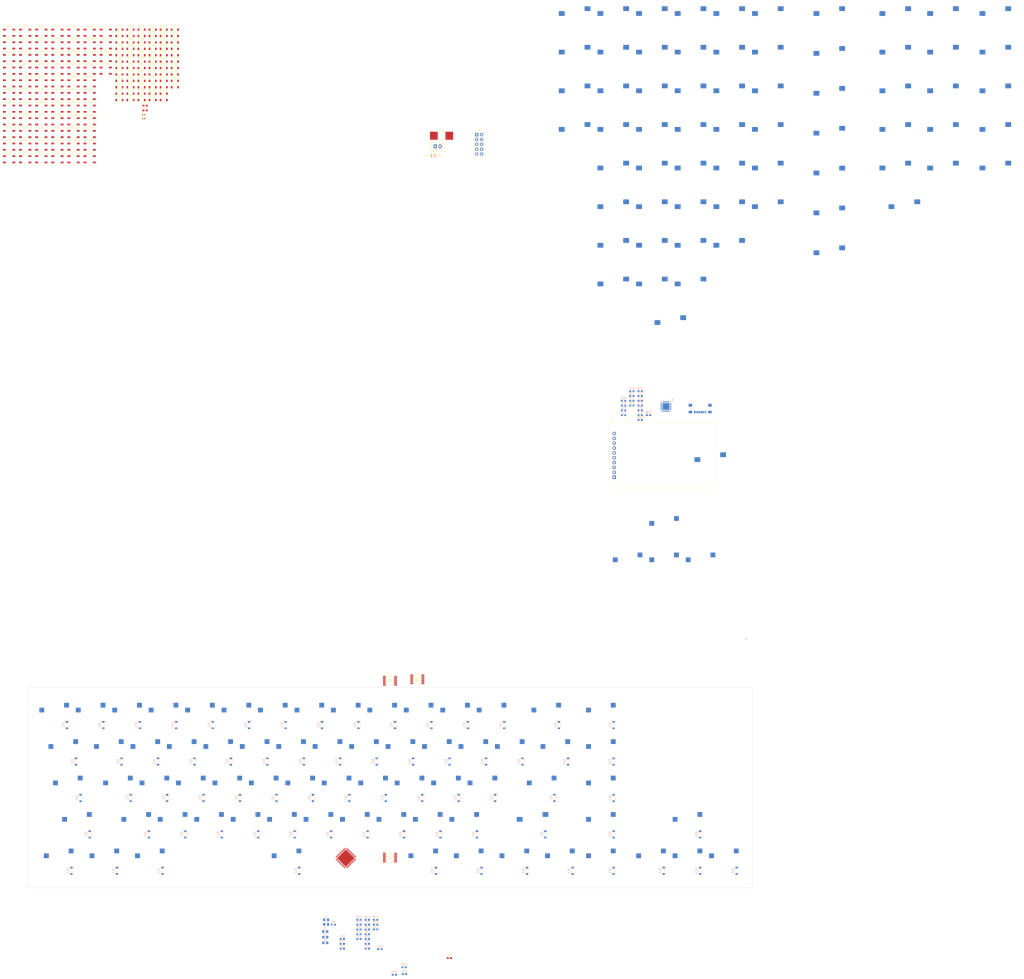
<source format=kicad_pcb>
(kicad_pcb (version 20221018) (generator pcbnew)
  (layers (0 "F.Cu" signal) (1 "In1.Cu" power) (2 "In2.Cu" power) (31 "B.Cu" signal) (34 "B.Paste" user) (35 "F.Paste" user) (36 "B.SilkS" user "B.Silkscreen") (37 "F.SilkS" user "F.Silkscreen") (38 "B.Mask" user) (39 "F.Mask" user) (44 "Edge.Cuts" user))
  (property "ADDRESS1" "")
  (property "ADDRESS2" "")
  (property "ADDRESS3" "")
  (property "ADDRESS4" "")
  (property "BOARDTITLE" "=Title")
  (property "CLASSIFICATION" "PUBLIC")
  (property "DEVICE" "nPM1300-QEAA")
  (property "DOCUMENTNUMBER" "")
  (property "DOCUMENTSIZE" "A4")
  (property "DRAWNBY" "EISK")
  (property "ORGANIZATION" "")
  (property "PCANAME" "nPM1300-QEAA")
  (property "PROJECTNUMBER" "")
  (property "REFLAYOUTTITLE" "Reference Layout Config. 1: Full – both BUCKs and LDOs")
  (property "SHEETTOTAL" "1")
  (net 0 "")
  (net 1 "/3V3")
  (net 2 "GND")
  (net 3 "Net-(D1-K)")
  (net 4 "/ROW0")
  (net 5 "Net-(D4-K)")
  (net 6 "/ROW4")
  (net 7 "Net-(D5-K)")
  (net 8 "/ROW1")
  (net 9 "Net-(D6-K)")
  (net 10 "/ROW3")
  (net 11 "Net-(D7-K)")
  (net 12 "/ROW2")
  (net 13 "Net-(D8-K)")
  (net 14 "Net-(D9-K)")
  (net 15 "VBUSOUT")
  (net 16 "Net-(D10-DOUT)")
  (net 17 "/ROW1_LED")
  (net 18 "Net-(D11-DOUT)")
  (net 19 "Net-(D12-DOUT)")
  (net 20 "Net-(D13-DOUT)")
  (net 21 "Net-(D14-DOUT)")
  (net 22 "Net-(D15-DOUT)")
  (net 23 "Net-(D16-DOUT)")
  (net 24 "Net-(D17-DOUT)")
  (net 25 "Net-(D18-DOUT)")
  (net 26 "Net-(D19-DOUT)")
  (net 27 "Net-(D20-DOUT)")
  (net 28 "Net-(D21-DOUT)")
  (net 29 "Net-(D22-DOUT)")
  (net 30 "Net-(D110-DIN)")
  (net 31 "Net-(D187-DOUT)")
  (net 32 "Net-(D121-DIN)")
  (net 33 "Net-(D25-DOUT)")
  (net 34 "/ROW2_LED")
  (net 35 "Net-(D26-DOUT)")
  (net 36 "Net-(D27-DOUT)")
  (net 37 "Net-(D28-DOUT)")
  (net 38 "Net-(D29-DOUT)")
  (net 39 "Net-(D30-DOUT)")
  (net 40 "Net-(D31-DOUT)")
  (net 41 "Net-(D32-DOUT)")
  (net 42 "Net-(D33-DOUT)")
  (net 43 "Net-(D34-DOUT)")
  (net 44 "Net-(D35-DOUT)")
  (net 45 "Net-(D36-DOUT)")
  (net 46 "Net-(D37-DOUT)")
  (net 47 "Net-(D128-DIN)")
  (net 48 "Net-(D39-DOUT)")
  (net 49 "/ROW3_LED")
  (net 50 "Net-(D40-DOUT)")
  (net 51 "Net-(D41-DOUT)")
  (net 52 "Net-(D42-DOUT)")
  (net 53 "Net-(D43-DOUT)")
  (net 54 "Net-(D44-DOUT)")
  (net 55 "Net-(D45-DOUT)")
  (net 56 "Net-(D46-DOUT)")
  (net 57 "Net-(D47-DOUT)")
  (net 58 "Net-(D48-DOUT)")
  (net 59 "Net-(D49-DOUT)")
  (net 60 "Net-(D50-DOUT)")
  (net 61 "Net-(D51-DOUT)")
  (net 62 "Net-(D129-DIN)")
  (net 63 "Net-(D53-DOUT)")
  (net 64 "/ROW4_LED")
  (net 65 "Net-(D54-DOUT)")
  (net 66 "Net-(D55-DOUT)")
  (net 67 "Net-(D56-K)")
  (net 68 "Net-(D57-K)")
  (net 69 "Net-(D58-DOUT)")
  (net 70 "Net-(D59-K)")
  (net 71 "Net-(D60-K)")
  (net 72 "Net-(D61-K)")
  (net 73 "Net-(D62-DOUT)")
  (net 74 "Net-(D63-DOUT)")
  (net 75 "Net-(D64-DOUT)")
  (net 76 "Net-(D108-DIN)")
  (net 77 "Net-(D66-K)")
  (net 78 "Net-(D67-K)")
  (net 79 "Net-(D68-K)")
  (net 80 "Net-(D69-K)")
  (net 81 "Net-(D70-K)")
  (net 82 "Net-(D71-K)")
  (net 83 "Net-(D72-K)")
  (net 84 "Net-(D73-K)")
  (net 85 "Net-(D74-K)")
  (net 86 "Net-(D75-K)")
  (net 87 "Net-(D76-K)")
  (net 88 "Net-(D77-K)")
  (net 89 "Net-(D78-K)")
  (net 90 "Net-(D79-K)")
  (net 91 "Net-(D80-K)")
  (net 92 "Net-(D81-K)")
  (net 93 "Net-(D82-K)")
  (net 94 "Net-(D83-K)")
  (net 95 "Net-(D84-K)")
  (net 96 "Net-(D85-K)")
  (net 97 "Net-(D86-K)")
  (net 98 "Net-(D87-K)")
  (net 99 "Net-(D88-K)")
  (net 100 "Net-(D89-K)")
  (net 101 "Net-(D90-K)")
  (net 102 "Net-(D91-K)")
  (net 103 "Net-(D92-K)")
  (net 104 "Net-(D93-K)")
  (net 105 "Net-(D94-K)")
  (net 106 "Net-(D95-K)")
  (net 107 "Net-(D96-K)")
  (net 108 "Net-(D97-K)")
  (net 109 "Net-(D98-K)")
  (net 110 "Net-(D99-K)")
  (net 111 "Net-(D100-K)")
  (net 112 "Net-(D101-K)")
  (net 113 "Net-(D102-K)")
  (net 114 "Net-(D103-K)")
  (net 115 "Net-(D104-K)")
  (net 116 "Net-(D105-K)")
  (net 117 "Net-(D106-K)")
  (net 118 "Net-(D107-K)")
  (net 119 "Net-(D108-DOUT)")
  (net 120 "Net-(D109-K)")
  (net 122 "Net-(D111-K)")
  (net 123 "Net-(D112-K)")
  (net 124 "Net-(D113-K)")
  (net 125 "Net-(D114-K)")
  (net 126 "Net-(D115-K)")
  (net 127 "Net-(D116-K)")
  (net 128 "Net-(D117-K)")
  (net 129 "Net-(D118-K)")
  (net 130 "Net-(D119-K)")
  (net 131 "Net-(D120-K)")
  (net 133 "Net-(D122-K)")
  (net 134 "Net-(D123-K)")
  (net 135 "Net-(D124-K)")
  (net 136 "Net-(D125-K)")
  (net 137 "Net-(D126-K)")
  (net 138 "Net-(D127-DOUT)")
  (net 139 "/ROW0_LED")
  (net 143 "Net-(D132-DOUT)")
  (net 144 "Net-(D137-DOUT)")
  (net 145 "Net-(D142-DOUT)")
  (net 146 "Net-(D147-DOUT)")
  (net 147 "Net-(D152-DOUT)")
  (net 148 "Net-(D157-DOUT)")
  (net 149 "Net-(D162-DOUT)")
  (net 150 "Net-(D167-DOUT)")
  (net 151 "Net-(D172-DOUT)")
  (net 152 "Net-(D177-DOUT)")
  (net 153 "Net-(D182-DOUT)")
  (net 154 "/CC1")
  (net 155 "VBUSIN")
  (net 156 "/CC2")
  (net 157 "Net-(J1-D--PadA7)")
  (net 158 "/D_N")
  (net 159 "Net-(J1-D+-PadA6)")
  (net 160 "/D_P")
  (net 161 "/COL0")
  (net 162 "/COL13")
  (net 163 "/COL1")
  (net 164 "/COL12")
  (net 165 "/COL9")
  (net 166 "/COL14")
  (net 167 "/COL2")
  (net 168 "/COL3")
  (net 169 "/COL4")
  (net 170 "/COL5")
  (net 171 "/COL6")
  (net 172 "/COL7")
  (net 173 "/COL8")
  (net 174 "/COL10")
  (net 175 "/COL11")
  (net 176 "VDD_nRF")
  (net 177 "Net-(U4A-VBUS)")
  (net 178 "Net-(U4A-DECR)")
  (net 179 "Net-(U4A-DECUSB)")
  (net 180 "Net-(U4A-DECN)")
  (net 181 "Net-(U4A-DECD)")
  (net 182 "Net-(U4A-DECA)")
  (net 183 "/ANT")
  (net 184 "/RF")
  (net 185 "VBAT")
  (net 186 "VDDIO")
  (net 187 "PVSS1")
  (net 188 "VSYS")
  (net 189 "VOUTLDO1")
  (net 190 "PVSS2")
  (net 191 "VOUT1")
  (net 192 "VOUT2")
  (net 193 "VOUTLDO2")
  (net 194 "Net-(U4B-P0.02{slash}NFC1)")
  (net 195 "Net-(U4B-P0.03{slash}NFC2)")
  (net 196 "/SWDIO")
  (net 197 "/SWDCLK")
  (net 201 "/~{RESET}")
  (net 202 "/NTC")
  (net 203 "Net-(U4A-DCC)")
  (net 204 "Net-(U4A-DCCD)")
  (net 205 "/SW1")
  (net 206 "/SW2")
  (net 207 "VBUS")
  (net 208 "/VSET1")
  (net 209 "/VSET2")
  (net 210 "/NPM_SCL")
  (net 211 "/NPM_SDA")
  (net 212 "/LIGHT_SDA")
  (net 214 "/LIGHT_SCL")
  (net 215 "/XC1")
  (net 216 "/NPM_INT")
  (net 220 "/SHPHLD")
  (net 224 "VINLDO1")
  (net 225 "VINLDO2")
  (net 227 "/COLMUX_OUTA")
  (net 229 "/COLMUX_C")
  (net 230 "/COLMUX_B")
  (net 231 "/COLMUX_A")
  (net 232 "/ROWDEMUX_A")
  (net 233 "/ROWDEMUX_B")
  (net 234 "/ROWDEMUX_C")
  (net 239 "/COLMUX_OUTB")
  (footprint "LED_SMD:LED_WS2812B_PLCC4_5.0x5.0mm_P3.2mm" (layer "F.Cu") (at 32.07 75.19)
    (fp_text reference "D28")
    (fp_text value "WS2812B")
  )
  (footprint "LED_SMD:LED_WS2812B_PLCC4_5.0x5.0mm_P3.2mm" (layer "F.Cu") (at 65.75 42.09)
    (fp_text reference "D130")
    (fp_text value "WS2812B")
  )
  (footprint "Diode_SMD:D_SOD-123" (layer "F.Cu") (at 92.89 30.565)
    (fp_text reference "D79")
    (fp_text value "D")
  )
  (footprint "LED_SMD:LED_WS2812B_PLCC4_5.0x5.0mm_P3.2mm" (layer "F.Cu") (at 40.49 61.95)
    (fp_text reference "D37")
    (fp_text value "WS2812B")
  )
  (footprint "Diode_SMD:D_SOD-123" (layer "F.Cu") (at 92.89 50.665)
    (fp_text reference "D85")
    (fp_text value "D")
  )
  (footprint "Diode_SMD:D_SOD-123" (layer "F.Cu") (at 81.3 37.265)
    (fp_text reference "D6")
    (fp_text value "D")
  )
  (footprint "MX_Hotswap:MX-Hotswap-1U" (layer "F.Cu") (at 400.65 122.34)
    (fp_text reference "K108")
    (fp_text value "KEYSW")
  )
  (footprint "MX_Hotswap:MX-Hotswap-1U" (layer "F.Cu") (at 359.77925 461.78525)
    (fp_text reference "K50")
    (fp_text value "KEYSW")
  )
  (footprint "MX_Hotswap:MX-Hotswap-1U" (layer "F.Cu") (at 366.6055 307.004)
    (fp_text reference "K50")
    (fp_text value "KEYSW")
  )
  (footprint "MX_Hotswap:MX-Hotswap-1U" (layer "F.Cu") (at 233.573 423.68525)
    (fp_text reference "K1")
    (fp_text value "KEYSW")
  )
  (footprint "MX_Hotswap:MX-Hotswap-1U" (layer "F.Cu") (at 138.323 423.68525)
    (fp_text reference "K1")
    (fp_text value "KEYSW")
  )
  (footprint "MX_Hotswap:MX-Hotswap-1U" (layer "F.Cu") (at 400.65 81.94)
    (fp_text reference "K105")
    (fp_text value "KEYSW")
  )
  (footprint "MX_Hotswap:MX-Hotswap-1.25U" (layer "F.Cu") (at 512.40375 41.54)
    (fp_text reference "K111")
    (fp_text value "KEYSW")
  )
  (footprint "MX_Hotswap:MX-Hotswap-1U" (layer "F.Cu") (at 340.05 122.34)
    (fp_text reference "K82")
    (fp_text value "KEYSW")
  )
  (footprint "MX_Hotswap:MX-Hotswap-1U" (layer "F.Cu") (at 276.4355 385.58525)
    (fp_text reference "K1")
    (fp_text value "KEYSW")
  )
  (footprint "Resistor_SMD:R_0402_1005Metric" (layer "F.Cu") (at 93.985 73.745)
    (fp_text reference "R4")
    (fp_text value "22")
  )
  (footprint "LED_SMD:LED_WS2812B_PLCC4_5.0x5.0mm_P3.2mm" (layer "F.Cu") (at 23.65 55.33)
    (fp_text reference "D14")
    (fp_text value "WS2812B")
  )
  (footprint "Diode_SMD:D_SOD-123" (layer "F.Cu") (at 81.3 64.065)
    (fp_text reference "D61")
    (fp_text value "D")
  )
  (footprint "MX_Hotswap:MX-Hotswap-1U" (layer "F.Cu") (at 360.25 162.74)
    (fp_text reference "K93")
    (fp_text value "KEYSW")
  )
  (footprint "LED_SMD:LED_WS2812B_PLCC4_5.0x5.0mm_P3.2mm" (layer "F.Cu") (at 32.07 81.81)
    (fp_text reference "D29")
    (fp_text value "WS2812B")
  )
  (footprint "SN74HC251PWR:SOP65P640X120-16N" (layer "F.Cu") (at 222.7125 367.725)
    (fp_text reference "IC1")
    (fp_text value "SN74HC251PWR" hide)
  )
  (footprint "MX_Hotswap:MX-Hotswap-1U" (layer "F.Cu") (at 128.798 442.73525)
    (fp_text reference "K1")
    (fp_text value "KEYSW")
  )
  (footprint "MX_Hotswap:MX-Hotswap-1U" (layer "F.Cu") (at 185.948 442.73525)
    (fp_text reference "K1")
    (fp_text value "KEYSW")
  )
  (footprint "MX_Hotswap:MX-Hotswap-1U" (layer "F.Cu") (at 195.473 423.68525)
    (fp_text reference "K1")
    (fp_text value "KEYSW")
  )
  (footprint "MX_Hotswap:MX-Hotswap-1U" (layer "F.Cu") (at 333.5855 385.58525)
    (fp_text reference "K1")
    (fp_text value "KEYSW")
  )
  (footprint "LED_SMD:LED_WS2812B_PLCC4_5.0x5.0mm_P3.2mm" (layer "F.Cu") (at 40.49 95.05)
    (fp_text reference "D42")
    (fp_text value "WS2812B")
  )
  (footprint "MX_Hotswap:MX-Hotswap-1U" (layer "F.Cu") (at 190.7105 404.63525)
    (fp_text reference "K1")
    (fp_text value "KEYSW")
  )
  (footprint "MX_Hotswap:MX-Hotswap-1.5U" (layer "F.Cu") (at 539.7425 21.34)
    (fp_text reference "K3")
    (fp_text value "KEYSW")
  )
  (footprint "MX_Hotswap:MX-Hotswap-1U" (layer "F.Cu") (at 360.25 142.54)
    (fp_text reference "K92")
    (fp_text value "KEYSW")
  )
  (footprint "MX_Hotswap:MX-Hotswap-2.25U" (layer "F.Cu") (at 452.95625 21.34)
    (fp_text reference "K4")
    (fp_text value "KEYSW")
  )
  (footprint "MX_Hotswap:MX-Hotswap-2.25U" (layer "F.Cu") (at 452.95625 146.4334)
    (fp_text reference "K123")
    (fp_text value "KEYSW")
  )
  (footprint "LED_SMD:LED_WS2812B_PLCC4_5.0x5.0mm_P3.2mm" (layer "F.Cu") (at 40.49 55.33)
    (fp_text reference "D36")
    (fp_text value "WS2812B")
  )
  (footprint "MX_Hotswap:MX-Hotswap-1U" (layer "F.Cu") (at 380.45 41.54)
    (fp_text reference "K95")
    (fp_text value "KEYSW")
  )
  (footprint "MX_Hotswap:MX-Hotswap-1U" (layer "F.Cu") (at 271.673 423.68525)
    (fp_text reference "K1")
    (fp_text value "KEYSW")
  )
  (footprint "MX_Hotswap:MX-Hotswap-1U" (layer "F.Cu") (at 85.9355 385.58525)
    (fp_text reference "K1")
    (fp_text value "KEYSW")
  )
  (footprint "LED_SMD:LED_WS2812B_PLCC4_5.0x5.0mm_P3.2mm" (layer "F.Cu") (at 48.91 42.09)
    (fp_text reference "D45")
    (fp_text value "WS2812B")
  )
  (footprint "LED_SMD:LED_WS2812B_PLCC4_5.0x5.0mm_P3.2mm" (layer "F.Cu") (at 23.65 81.81)
    (fp_text reference "D18")
    (fp_text value "WS2812B")
  )
  (footprint "Diode_SMD:D_SOD-123" (layer "F.Cu") (at 110.275 30.565)
    (fp_text reference "D117")
    (fp_text value "D")
  )
  (footprint "MX_Hotswap:MX-Hotswap-1U" (layer "F.Cu") (at 420.85 41.54)
    (fp_text reference "K113")
    (fp_text value "KEYSW")
  )
  (footprint "MX_Hotswap:MX-Hotswap-1U" (layer "F.Cu") (at 340.05 102.14)
    (fp_text reference "K81")
    (fp_text value "KEYSW")
  )
  (footprint "MX_Hotswap:MX-Hotswap-1U" (layer "F.Cu") (at 114.5105 404.63525)
    (fp_text reference "K1")
    (fp_text value "KEYSW")
  )
  (footprint "LED_SMD:LED_WS2812B_PLCC4_5.0x5.0mm_P3.2mm" (layer "F.Cu") (at 74.17 28.85)
    (fp_text reference "D172")
    (fp_text value "WS2812B")
  )
  (footprint "MX_Hotswap:MX-Hotswap-6.25U" (layer "F.Cu") (at 369.85625 182.94)
    (fp_text reference "K89")
    (fp_text value "KEYSW")
  )
  (footprint "Diode_SMD:D_SOD-123" (layer "F.Cu") (at 81.3 47.315)
    (fp_text reference "D9")
    (fp_text value "D")
  )
  (footprint "Diode_SMD:D_SOD-123" (layer "F.Cu") (at 104.48 27.215)
    (fp_text reference "D102")
    (fp_text value "D")
  )
  (footprint "footprints:adafruit_st7735r" (layer "F.Cu") (at 365.3355 249.854)
    (fp_text reference "U3")
    (fp_text value "STM32WB55RGV6")
  )
  (footprint "MX_Hotswap:MX-Hotswap-2U" (layer "F.Cu") (at 305.0105 385.58525)
    (fp_text reference "K14")
    (fp_text value "KEYSW")
  )
  (footprint "Diode_SMD:D_SOD-123" (layer "F.Cu") (at 110.275 37.265)
    (fp_text reference "D119")
    (fp_text value "D")
  )
  (footprint "LED_SMD:LED_WS2812B_PLCC4_5.0x5.0mm_P3.2mm" (layer "F.Cu") (at 32.07 28.85)
    (fp_text reference "D21")
    (fp_text value "WS2812B")
  )
  (footprint "Diode_SMD:D_SOD-123" (layer "F.Cu") (at 87.095 54.015)
    (fp_text reference "D74")
    (fp_text value "D")
  )
  (footprint "MX_Hotswap:MX-Hotswap-1U" (layer "F.Cu") (at 380.45 61.74)
    (fp_text reference "K96")
    (fp_text value "KEYSW")
  )
  (footprint "MX_Hotswap:MX-Hotswap-1U" (layer "F.Cu") (at 257.3855 385.58525)
    (fp_text reference "K1")
    (fp_text value "KEYSW")
  )
  (footprint "Diode_SMD:D_SOD-123" (layer "F.Cu") (at 92.89 54.015)
    (fp_text reference "D86")
    (fp_text value "D")
  )
  (footprint "LED_SMD:LED_WS2812B_PLCC4_5.0x5.0mm_P3.2mm" (layer "F.Cu") (at 48.91 35.47)
    (fp_text reference "D44")
    (fp_text value "WS2812B")
  )
  (footprint "Diode_SMD:D_SOD-123" (layer "F.Cu") (at 110.275 40.615)
    (fp_text reference "D120")
    (fp_text value "D")
  )
  (footprint "Diode_SMD:D_SOD-123" (layer "F.Cu") (at 92.89 43.965)
    (fp_text reference "D83")
    (fp_text value "D")
  )
  (footprint "Diode_SMD:D_SOD-123" (layer "F.Cu") (at 87.095 64.065)
    (fp_text reference "D77")
    (fp_text value "D")
  )
  (footprint "Diode_SMD:D_SOD-123" (layer "F.Cu") (at 98.685 54.015)
    (fp_text reference "D98")
    (fp_text value "D")
  )
  (footprint "MX_Hotswap:MX-Hotswap-1U" (layer "F.Cu") (at 380.45 102.14)
    (fp_text reference "K98")
    (fp_text value "KEYSW")
  )
  (footprint "Diode_SMD:D_SOD-123" (layer "F.Cu") (at 92.89 40.615)
    (fp_text reference "D82")
    (fp_text value "D")
  )
  (footprint "LED_SMD:LED_WS2812B_PLCC4_5.0x5.0mm_P3.2mm" (layer "F.Cu") (at 65.75 48.71)
    (fp_text reference "D132")
    (fp_text value "WS2812B")
  )
  (footprint "MX_Hotswap:MX-Hotswap-1U" (layer "F.Cu") (at 420.85 102.14)
    (fp_text reference "K117")
    (fp_text value "KEYSW")
  )
  (footprint "MX_Hotswap:MX-Hotswap-1U" (layer "F.Cu") (at 360.25 102.14)
    (fp_text reference "K90")
    (fp_text value "KEYSW")
  )
  (footprint "LED_SMD:LED_WS2812B_PLCC4_5.0x5.0mm_P3.2mm" (layer "F.Cu") (at 32.07 68.57)
    (fp_text reference "D27")
    (fp_text value "WS2812B")
  )
  (footprint "MX_Hotswap:MX-Hotswap-1.25U" (layer "F.Cu") (at 264.52925 461.78525)
    (fp_text reference "K59")
    (fp_text value "KEYSW")
  )
  (footprint "MX_Hotswap:MX-Hotswap-1U" (layer "F.Cu") (at 143.0855 385.58525)
    (fp_text reference "K1")
    (fp_text value "KEYSW")
  )
  (footprint "MX_Hotswap:MX-Hotswap-1.5U" (layer "F.Cu") (at 52.598 404.63525)
    (fp_text reference "K15")
    (fp_text value "KEYSW")
  )
  (footprint "LED_SMD:LED_WS2812B_PLCC4_5.0x5.0mm_P3.2mm" (layer "F.Cu") (at 57.33 75.19)
    (fp_text reference "D108")
    (fp_text value "WS2812B")
  )
  (footprint "MX_Hotswap:MX-Hotswap-1U" (layer "F.Cu") (at 214.523 423.68525)
    (fp_text reference "K1")
    (fp_text value "KEYSW")
  )
  (footprint "MX_Hotswap:MX-Hotswap-1U" (layer "F.Cu") (at 380.45 162.74)
    (fp_text reference "K101")
    (fp_text value "KEYSW")
  )
  (footprint "MX_Hotswap:MX-Hotswap-2.25U" (layer "F.Cu") (at 452.95625 63.0378)
    (fp_text reference "K6")
    (fp_text value "KEYSW")
  )
  (footprint "LED_SMD:LED_WS2812B_PLCC4_5.0x5.0mm_P3.2mm" (layer "F.Cu") (at 32.07 48.71)
    (fp_text reference "D24")
    (fp_text value "WS2812B")
  )
  (footprint "LED_SMD:LED_WS2812B_PLCC4_5.0x5.0mm_P3.2mm" (layer "F.Cu") (at 32.07 55.33)
    (fp_text reference "D25")
    (fp_text value "WS2812B")
  )
  (footprint "MX_Hotswap:MX-Hotswap-1U" (layer "F.Cu") (at 228.8105 404.63525)
    (fp_text reference "K1")
    (fp_text value "KEYSW")
  )
  (footprint "Diode_SMD:D_SOD-123" (layer "F.Cu") (at 110.275 57.365)
    (fp_text reference "D126")
    (fp_text value "D")
  )
  (footprint "MX_Hotswap:MX-Hotswap-1U" (layer "F.Cu") (at 340.05 41.54)
    (fp_text reference "K78")
    (fp_text value "KEYSW")
  )
  (footprint "MX_Hotswap:MX-Hotswap-1U" (layer "F.Cu") (at 319.85 21.34)
    (fp_text reference "K01")
    (fp_text value "KEYSW")
  )
  (footprint "MX_Hotswap:MX-Hotswap-1U" (layer "F.Cu") (at 319.85 81.94)
    (fp_text reference "K70")
    (fp_text value "KEYSW")
  )
  (footprint "MX_Hotswap:MX-Hotswap-1.5U" (layer "F.Cu") (at 309.773 404.63525)
    (fp_text reference "K28")
    (fp_text value "KEYSW")
  )
  (footprint "MX_Hotswap:MX-Hotswap-1U" (layer "F.Cu") (at 400.65 61.74)
    (fp_text reference "K104")
    (fp_text value "KEYSW")
  )
  (footprint "MX_Hotswap:MX-Hotswap-1U" (layer "F.Cu") (at 333.5855 404.63525)
    (fp_text reference "K1")
    (fp_text value "KEYSW")
  )
  (footprint "MX_Hotswap:MX-Hotswap-1.25U" (layer "F.Cu") (at 487.44125 81.94)
    (fp_text reference "K67")
    (fp_text value "KEYSW")
  )
  (footprint "MX_Hotswap:MX-Hotswap-1U" (layer "F.Cu") (at 243.098 442.73525)
    (fp_text reference "K1")
    (fp_text value "KEYSW")
  )
  (footprint "MX_Hotswap:MX-Hotswap-1U" (layer "F.Cu") (at 162.1355 385.58525)
    (fp_text reference "K1")
    (fp_text value "KEYSW")
  )
  (footprint "MX_Hotswap:MX-Hotswap-1U" (layer "F.Cu") (at 266.9105 404.63525)
    (fp_text reference "K1")
    (fp_text value "KEYSW")
  )
  (footprint "LED_SMD:LED_WS2812B_PLCC4_5.0x5.0mm_P3.2mm" (layer "F.Cu") (at 23.65 95.05)
    (fp_text reference "D20")
    (fp_text value "WS2812B")
  )
  (footprint "Capacitor_SMD:C_0603_1608Metric_Pad1.08x0.95mm_HandSolder" (layer "F.Cu") (at 94.705 69.505)
    (fp_text reference "C11")
    (fp_text value "4.7uF")
  )
  (footprint "Diode_SMD:D_SOD-123" (layer "F.Cu") (at 104.48 57.365)
    (fp_text reference "D113")
    (fp_text value "D")
  )
  (footprint "MX_Hotswap:MX-Hotswap-1.25U" (layer "F.Cu") (at 512.40375 61.74)
    (fp_text reference "K116")
    (fp_text value "KEYSW")
  )
  (footprint "MX_Hotswap:MX-Hotswap-1.5U" (layer "F.Cu") (at 539.7425 61.74)
    (fp_text reference "K9")
    (fp_text value "KEYSW")
  )
  (footprint "MX_Hotswap:MX-Hotswap-1U" (layer "F.Cu") (at 133.5605 404.63525)
    (fp_text reference "K1")
    (fp_text value "KEYSW")
  )
  (footprint "MX_Hotswap:MX-Hotswap-1U" (layer "F.Cu") (at 360.25 122.34)
    (fp_text reference "K91")
    (fp_text value "KEYSW")
  )
  (footprint "LED_SMD:LED_WS2812B_PLCC4_5.0x5.0mm_P3.2mm" (layer "F.Cu") (at 32.07 61.95)
    (fp_text reference "D26")
    (fp_text value "WS2812B")
  )
  (footprint "Capacitor_SMD:C_0603_1608Metric_Pad1.08x0.95mm_HandSolder" (layer "F.Cu") (at 94.705 66.995)
    (fp_text reference "C6")
    (fp_text value "0.1uF")
  )
  (footprint "Diode_SMD:D_SOD-123" (layer "F.Cu") (at 110.275 43.965)
    (fp_text reference "D122")
    (fp_text value "D")
  )
  (footprint "LED_SMD:LED_WS2812B_PLCC4_5.0x5.0mm_P3.2mm" (layer "F.Cu") (at 40.49 81.81)
    (fp_text reference "D40")
    (fp_text value "WS2812B")
  )
  (footprint "MX_Hotswap:MX-Hotswap-1U" (layer "F.Cu") (at 380.45 142.54)
    (fp_text reference "K100")
    (fp_text value "KEYSW")
  )
  (footprint "MX_Hotswap:MX-Hotswap-1U" (layer "F.Cu") (at 285.9605 404.63525)
    (fp_text reference "K1")
    (fp_text value "KEYSW")
  )
  (footprint "MX_Hotswap:MX-Hotswap-1U" (layer "F.Cu") (at 360.25 81.94)
    (fp_text reference "K88")
    (fp_text value "KEYSW")
  )
  (footprint "MX_Hotswap:MX-Hotswap-1U" (layer "F.Cu") (at 385.6555 307.004)
    (fp_text reference "K50")
    (fp_text value "KEYSW")
  )
  (footprint "MX_Hotswap:MX-Hotswap-1.75U" (layer "F.Cu") (at 492.20375 122.34)
    (fp_text reference "K65")
    (fp_text value "KEYSW")
  )
  (footprint "MX_Hotswap:MX-Hotswap-1U" (layer "F.Cu") (at 157.373 423.68525)
    (fp_text reference "K1")
    (fp_text value "KEYSW")
  )
  (footprint "Diode_SMD:D_SOD-123" (layer "F.Cu") (at 104.48 50.665)
    (fp_text reference "D111")
    (fp_text value "D")
  )
  (footprint "MX_Hotswap:MX-Hotswap-1U" (layer "F.Cu") (at 420.85 122.34)
    (fp_text reference "K118")
    (fp_text value "KEYSW")
  )
  (footprint "MX_Hotswap:MX-Hotswap-1U" (layer "F.Cu") (at 400.65 21.34)
    (fp_text reference "K102")
    (fp_text value "KEYSW")
  )
  (footprint "Diode_SMD:D_SOD-123" (layer "F.Cu") (at 92.89 60.715)
    (fp_text reference "D88")
    (fp_text value "D")
  )
  (footprint "MX_Hotswap:MX-Hotswap-1U" (layer "F.Cu") (at 152.6105 404.63525)
    (fp_text reference "K1")
    (fp_text value "KEYSW")
  )
  (footprint "MX_Hotswap:MX-Hotswap-1U" (layer "F.Cu") (at 378.82925 461.78525)
    (fp_text reference "K50")
    (fp_text value "KEYSW")
  )
  (footprint "MX_Hotswap:MX-Hotswap-1.25U" (layer "F.Cu") (at 288.34175 461.78525)
    (fp_text reference "K59")
    (fp_text value "KEYSW")
  )
  (footprint "LED_SMD:LED_WS2812B_PLCC4_5.0x5.0mm_P3.2mm" (layer "F.Cu") (at 57.33 28.85)
    (fp_text reference "D54")
    (fp_text value "WS2812B")
  )
  (footprint "LED_SMD:LED_WS2812B_PLCC4_5.0x5.0mm_P3.2mm" (layer "F.Cu") (at 48.91 48.71)
    (fp_text reference "D46")
    (fp_text value "WS2812B")
  )
  (footprint "Connector_PinHeader_2.54mm:PinHeader_2x05_P2.54mm_Vertical" (layer "F.Cu") (at 268.06 82.12)
    (fp_text reference "J2")
    (fp_text value "Conn_ARM_JTAG_SWD_10")
  )
  (footprint "LED_SMD:LED_WS2812B_PLCC4_5.0x5.0mm_P3.2mm" (layer "F.Cu") (at 57.33 61.95)
    (fp_text reference "D64")
    (fp_text value "WS2812B")
  )
  (footprint "LED_SMD:LED_WS2812B_PLCC4_5.0x5.0mm_P3.2mm" (layer "F.Cu") (at 65.75 28.85)
    (fp_text reference "D128")
    (fp_text value "WS2812B")
  )
  (footprint "MX_Hotswap:MX-Hotswap-1U" (layer "F.Cu") (at 333.5855 461.78525)
    (fp_text reference "K1")
    (fp_text value "KEYSW")
  )
  (footprint "Diode_SMD:D_SOD-123" (layer "F.Cu") (at 92.89 64.065)
    (fp_text reference "D89")
    (fp_text value "D")
  )
  (footprint "Diode_SMD:D_SOD-123" (layer "F.Cu") (at 92.89 33.915)
    (fp_text reference "D80")
    (fp_text value "D")
  )
  (footprint "LED_SMD:LED_WS2812B_PLCC4_5.0x5.0mm_P3.2mm" (layer "F.Cu") (at 23.65 28.85)
    (fp_text reference "D10")
    (fp_text value "WS2812B")
  )
  (footprint "LED_SMD:LED_WS2812B_PLCC4_5.0x5.0mm_P3.2mm" (layer "F.Cu") (at 65.75 68.57)
    (fp_text reference "D147")
    (fp_text value "WS2812B")
  )
  (footprint "MX_Hotswap:MX-Hotswap-2.25U" (layer "F.Cu") (at 59.74175 442.73525)
    (fp_text reference "K42")
    (fp_text value "KEYSW")
  )
  (footprint "Diode_SMD:D_SOD-123" (layer "F.Cu") (at 87.095 60.715)
    (fp_text reference "D76")
    (fp_text value "D")
  )
  (footprint "LED_SMD:LED_WS2812B_PLCC4_5.0x5.0mm_P3.2mm" (layer "F.Cu") (at 32.07 88.43)
    (fp_text reference "D30")
    (fp_text value "WS2812B")
  )
  (footprint "Diode_SMD:D_SOD-123" (layer "F.Cu") (at 104.48 54.015)
    (fp_text reference "D112")
    (fp_text value "D")
  )
  (footprint "MX_Hotswap:MX-Hotswap-1U" (layer "F.Cu") (at 262.148 442.73525)
    (fp_text reference "K1")
    (fp_text value "KEYSW")
  )
  (footprint "Diode_SMD:D_SOD-123" (layer "F.Cu") (at 104.48 47.315)
    (fp_text reference "D109")
    (fp_text value "D")
  )
  (footprint "MX_Hotswap:MX-Hotswap-1.25U" (layer "F.Cu") (at 487.44125 21.34)
    (fp_text reference "K2")
    (fp_text value "KEYSW")
  )
  (footprint "Diode_SMD:D_SOD-123" (layer "F.Cu") (at 104.48 64.065)
    (fp_text reference "D115")
    (fp_text value "D")
  )
  (footprint "MX_Hotswap:MX-Hotswap-2.25U" (layer "F.Cu") (at 452.95625 104.7356)
    (fp_text reference "K10")
    (fp_text value "KEYSW")
  )
  (footprint "MX_Hotswap:MX-Hotswap-1U" (layer "F.Cu") (at 47.8355 385.58525)
    (fp_text reference "K1")
    (fp_text value "KEYSW")
  )
  (footprint "MX_Hotswap:MX-Hotswap-2.75U" (layer "F.Cu") (at 390.7355 254.6165)
    (fp_text reference "REF**")
    (fp_text value "2.75U")
  )
  (footprint "MX_Hotswap:MX-Hotswap-1U" (layer "F.Cu") (at 252.623 423.68525)
    (fp_text reference "K1")
    (fp_text value "KEYSW")
  )
  (footprint "LED_SMD:LED_WS2812B_PLCC4_5.0x5.0mm_P3.2mm" (layer "F.Cu") (at 40.49 28.85)
    (fp_text reference "D32")
    (fp_text value "WS2812B")
  )
  (footprint "MX_Hotswap:MX-Hotswap-1U" (layer "F.Cu") (at 171.6605 404.63525)
    (fp_text reference "K1")
    (fp_text value "KEYSW")
  )
  (footprint "MX_Hotswap:MX-Hotswap-1U" (layer "F.Cu") (at 319.85 61.74)
    (fp_text reference "K69")
    (fp_text value "KEYSW")
  )
  (footprint "Diode_SMD:D_SOD-123" (layer "F.Cu") (at 98.685 64.065)
    (fp_text reference "D101")
    (fp_text value "D")
  )
  (footprint "LED_SMD:LED_WS2812B_PLCC4_5.0x5.0mm_P3.2mm" (layer "F.Cu") (at 48.91 81.81)
    (fp_text reference "D51")
    (fp_text value "WS2812B")
  )
  (footprint "Diode_SMD:D_SOD-123" (layer "F.Cu") (at 81.3 33.915)
    (fp_text reference "D5")
    (fp_text value "D")
  )
  (footprint "MX_Hotswap:MX-Hotswap-1U" (layer "F.Cu") (at 81.173 423.68525)
    (fp_text reference "K1")
    (fp_text value "KEYSW")
  )
  (footprint "Diode_SMD:D_SOD-123" (layer "F.Cu") (at 87.095 30.565)
    (fp_text reference "D67")
    (fp_text value "D")
  )
  (footprint "MX_Hotswap:MX-Hotswap-1U" (layer "F.Cu") (at 420.85 21.34)
    (fp_text reference "K112")
    (fp_text value "KEYSW")
  )
  (footprint "Diode_SMD:D_SOD-123" (layer "F.Cu") (at 98.685 60.715)
    (fp_text reference "D100")
    (fp_text value "D")
  )
  (footprint "Diode_SMD:D_SOD-123" (layer "F.Cu") (at 98.685 30.565)
    (fp_text reference "D91")
    (fp_text value "D")
  )
  (footprint "MX_Hotswap:MX-Hotswap-1U" (layer "F.Cu") (at 347.5555 307.004)
    (fp_text reference "K50")
    (fp_text value "KEYSW")
  )
  (footprint "MX_Hotswap:MX-Hotswap-1U" (layer "F.Cu") (at 181.1855 385.58525)
    (fp_text reference "K1")
    (fp_text value "KEYSW")
  )
  (footprint "MX_Hotswap:MX-Hotswap-1U" (layer "F.Cu") (at 400.65 142.54)
    (fp_text reference "K109")
    (fp_text value "KEYSW")
  )
  (footprint "MX_Hotswap:MX-Hotswap-1.25U" (layer "F.Cu") (at 312.15425 461.78525)
    (fp_text reference "K59")
    (fp_text value "KEYSW")
  )
  (footprint "LED_SMD:LED_WS2812B_PLCC4_5.0x5.0mm_P3.2mm" (layer "F.Cu") (at 48.91 61.95)
    (fp_text reference "D48")
    (fp_text value "WS2812B")
  )
  (footprint "MX_Hotswap:MX-Hotswap-1U" (layer "F.Cu") (at 200.2355 385.58525)
    (fp_text reference "K1")
    (fp_text value "KEYSW")
  )
  (footprint "LED_SMD:LED_WS2812B_PLCC4_5.0x5.0mm_P3.2mm" (layer "F.Cu") (at 65.75 61.95)
    (fp_text reference "D142")
    (fp_text value "WS2812B")
  )
  (footprint "Diode_SMD:D_SOD-123" (layer "F.Cu") (at 81.3 60.715)
    (fp_text reference "D60")
    (fp_text value "D")
  )
  (footprint "MX_Hotswap:MX-Hotswap-1U" (layer "F.Cu") (at 333.5855 442.73525)
    (fp_text reference "K1")
    (fp_text value "KEYSW")
  )
  (footprint "LED_SMD:LED_WS2812B_PLCC4_5.0x5.0mm_P3.2mm" (layer "F.Cu") (at 23.65 61.95)
    (fp_text reference "D15")
    (fp_text value "WS2812B")
  )
  (footprint "LED_SMD:LED_WS2812B_PLCC4_5.0x5.0mm_P3.2mm" (layer "F.Cu") (at 23.65 88.43)
    (fp_text reference "D19")
    (fp_text value "WS2812B")
  )
  (footprint "MX_Hotswap:MX-Hotswap-1U" (layer "F.Cu") (at 104.9855 385.58525)
    (fp_text reference "K1")
    (fp_text value "KEYSW")
  )
  (footprint "LED_SMD:LED_WS2812B_PLCC4_5.0x5.0mm_P3.2mm" (layer "F.Cu") (at 74.17 35.47)
    (fp_text reference "D177")
    (fp_text value "WS2812B")
  )
  (footprint "MX_Hotswap:MX-Hotswap-1U" (layer "F.Cu") (at 397.87925 461.78525)
    (fp_text reference "K50")
    (fp_text value "KEYSW")
  )
  (footprint "MX_Hotswap:MX-Hotswap-1.25U" (layer "F.Cu") (at 50.21675 461.78525)
    (fp_text reference "K55")
    (fp_text value "KEYSW")
  )
  (footprint "Diode_SMD:D_SOD-123" (layer "F.Cu") (at 104.48 40.615)
    (fp_text reference "D106")
    (fp_text value "D")
  )
  (footprint "MX_Hotswap:MX-Hotswap-1U" (layer "F.Cu") (at 90.698 442.73525)
    (fp_text reference "K1")
    (fp_text value "KEYSW")
  )
  (footprint "SN74HC251PWR:SOP65P640X120-16N" (layer "F.Cu") (at 222.7125 460.225)
    (fp_text reference "IC2")
    (fp_text value "SN74LV138APWR" hide)
  )
  (footprint "MX_Hotswap:MX-Hotswap-1U" (layer "F.Cu") (at 378.82925 442.73525)
    (fp_text reference "K50")
    (fp_text value "KEYSW")
  )
  (footprint "MX_Hotswap:MX-Hotswap-1U" (layer "F.Cu") (at 340.05 142.54)
    (fp_text reference "K83")
    (fp_text value "KEYSW")
  )
  (footprint "Diode_SMD:D_SOD-123" (layer "F.Cu") (at 81.3 50.665)
    (fp_text reference "D56")
    (fp_text value "D")
  )
  (footprint "MX_Hotswap:MX-Hotswap-1U" (layer "F.Cu") (at 400.65 41.54)
    (fp_text reference "K103")
    (fp_text value "KEYSW")
  )
  (footprint "Diode_SMD:D_SOD-123" (layer "F.Cu") (at 87.095 27.215)
    (fp_text reference "D66")
    (fp_text value "D")
  )
  (footprint "Diode_SMD:D_SOD-123" (layer "F.Cu") (at 92.89 47.315)
    (fp_text reference "D84")
    (fp_text value "D")
  )
  (footprint "MX_Hotswap:MX-Hotswap-1.25U" (layer "F.Cu") (at 487.44125 102.14)
    (fp_text reference "K71")
    (fp_text value "KEYSW")
  )
  (footprint "Diode_SMD:D_SOD-123" (layer "F.Cu") (at 98.685 37.265)
    (fp_text reference "D93")
    (fp_text value "D")
  )
  (footprint "LED_SMD:LED_WS2812B_PLCC4_5.0x5.0mm_P3.2mm" (layer "F.Cu") (at 48.91 68.57)
    (fp_text reference "D49")
    (fp_text value "WS2812B")
  )
  (footprint "MX_Hotswap:MX-Hotswap-1U" (layer "F.Cu") (at 319.85 41.54)
    (fp_text reference "K68")
    (fp_text value "KEYSW")
  )
  (footprint "Diode_SMD:D_SOD-123" (layer "F.Cu") (at 98.685 40.615)
    (fp_text reference "D94")
    (fp_text value "D")
  )
  (footprint "LED_SMD:LED_WS2812B_PLCC4_5.0x5.0mm_P3.2mm" (layer "F.Cu") (at 57.33 35.47)
    (fp_text reference "D55")
    (fp_text value "WS2812B")
  )
  (footprint "MX_Hotswap:MX-Hotswap-2.25U" (layer "F.Cu") (at 452.95625 125.5845)
    (fp_text reference "K66")
    (fp_text value "KEYSW")
  )
  (footprint "MX_Hotswap:MX-Hotswap-1U" (layer "F.Cu") (at 224.048 442.73525)
    (fp_text reference "K1")
    (fp_text value "KEYSW")
  )
  (footprint "MX_Hotswap:MX-Hotswap-2.75U" (layer "F.Cu") (at 297.86675 442.73525)
    (fp_text reference "REF**")
    (fp_text value "2.75U")
  )
  (footprint "MX_Hotswap:MX-Hotswap-1.25U" (layer "F.Cu") (at 487.44125 41.54)
    (fp_text reference "K11")
    (fp_text value "KEYSW")
  )
  (footprint "Diode_SMD:D_SOD-123" (layer "F.Cu") (at 81.3 30.565)
    (fp_text reference "D4")
    (fp_text value "D")
  )
  (footprint "MX_Hotswap:MX-Hotswap-1U" (layer "F.Cu") (at 124.0355 385.58525)
    (fp_text reference "K1")
    (fp_text value "KEYSW")
  )
  (footprint "LED_SMD:LED_WS2812B_PLCC4_5.0x5.0mm_P3.2mm" (layer "F.Cu") (at 40.49 68.57)
    (fp_text reference "D38")
    (fp_text value "WS2812B")
  )
  (footprint "LED_SMD:LED_WS2812B_PLCC4_5.0x5.0mm_P3.2mm" (layer "F.Cu") (at 74.17 48.71)
    (fp_text reference "D187")
    (fp_text value "WS2812B")
  )
  (footprint "LED_SMD:LED_WS2812B_PLCC4_5.0x5.0mm_P3.2mm" (layer "F.Cu") (at 40.49 35.47)
    (fp_text reference "D33")
    (fp_text value "WS2812B")
  )
  (footprint "Diode_SMD:D_SOD-123" (layer "F.Cu") (at 110.275 50.665)
    (fp_text reference "D124")
    (fp_text value "D")
  )
  (footprint "LED_SMD:LED_WS2812B_PLCC4_5.0x5.0mm_P3.2mm" (layer "F.Cu") (at 40.49 88.43)
    (fp_text reference "D41")
    (fp_text value "WS2812B")
  )
  (footprint "LED_SMD:LED_WS2812B_PLCC4_5.0x5.0mm_P3.2mm" (layer "F.Cu") (at 57.33 95.05)
    (fp_text reference "D127")
    (fp_text value "WS2812B")
  )
  (footprint "LED_SMD:LED_WS2812B_PLCC4_5.0x5.0mm_P3.2mm" (layer "F.Cu") (at 65.75 35.47)
    (fp_text reference "D129")
    (fp_text value "WS2812B")
  )
  (footprint "MX_Hotswap:MX-Hotswap-1.25U" (layer "F.Cu") (at 512.40375 21.34)
    (fp_text reference "K76")
    (fp_text value "KEYSW")
  )
  (footprint "Connector_JST:JST_EH_B2B-EH-A_1x02_P2.50mm_Vertical" (layer "F.Cu") (at 246.39 88.27)
    (fp_text reference "J7")
    (fp_text value "Battery pack")
  )
  (footprint "Diode_SMD:D_SOD-123" (layer "F.Cu") (at 87.095 33.915)
    (fp_text reference "D68")
    (fp_text value "D")
  )
  (footprint "MX_Hotswap:MX-Hotswap-1.25U" (layer "F.Cu") (at 487.44125 61.74)
    (fp_text reference "K12")
    (fp_text value "KEYSW")
  )
  (footprint "MX_Hotswap:MX-Hotswap-2.25U" (layer "F.Cu") (at 302.62925 423.68525)
    (fp_text reference "K41")
    (fp_text value "KEYSW")
  )
  (footprint "Diode_SMD:D_SOD-123" (layer "F.Cu") (at 98.685 33.915)
    (fp_text reference "D92")
    (fp_text value "D")
  )
  (footprint "Diode_SMD:D_SOD-123" (layer "F.Cu") (at 81.3 40.615)
    (fp_text reference "D7")
    (fp_text value "D")
  )
  (footprint "Diode_SMD:D_SOD-123" (layer "F.Cu") (at 110.275 33.915)
    (fp_text reference "D118")
    (fp_text value "D")
  )
  (footprint "LED_SMD:LED_WS2812B_PLCC4_5.0x5.0mm_P3.2mm" (layer "F.Cu") (at 32.07 95.05)
    (fp_text reference "D31")
    (fp_text value "WS2812B")
  )
  (footprint "SN74HC251PWR:SOP65P640X120-16N" (layer "F.Cu") (at 237 366.9875)
    (fp_text reference "IC3")
    (fp_text value "SN74HC251PWR" hide)
  )
  (footprint "Diode_SMD:D_SOD-123" (layer "F.Cu") (at 87.095 50.665)
    (fp_text reference "D73")
    (fp_text value "D")
  )
  (footprint "Diode_SMD:D_SOD-123" (layer "F.Cu") (at 110.275 54.015)
    (fp_text reference "D125")
    (fp_text value "D")
  )
  (footprint "MX_Hotswap:MX-Hotswap-2.25U" (layer "F.Cu") (at 452.95625 42.1889)
    (fp_text reference "K5")
    (fp_text value "KEYSW")
  )
  (footprint "MX_Hotswap:MX-Hotswap-1U" (layer "F.Cu") (at 380.45 21.34)
    (fp_text reference "K94")
    (fp_text value "KEYSW")
  )
  (footprint "Diode_SMD:D_SOD-123" (layer "F.Cu") (at 87.095 57.365)
    (fp_text reference "D75")
    (fp_text value "D")
  )
  (footprint "Diode_SMD:D_SOD-123" (layer "F.Cu") (at 81.3 43.965)
    (fp_text reference "D8")
    (fp_text value "D")
  )
  (footprint "Diode_SMD:D_SOD-123" (layer "F.Cu") (at 104.48 60.715)
    (fp_text reference "D114")
    (fp_text value "D")
  )
  (footprint "MX_Hotswap:MX-Hotswap-1U" (layer "F.Cu") (at 100.223 423.68525)
    (fp_text reference "K1")
    (fp_text value "KEYSW")
  )
  (footprint "MX_Hotswap:MX-Hotswap-1U" (layer "F.Cu") (at 340.05 61.74)
    (fp_text reference "K79")
    (fp_text value "KEYSW")
  )
  (footprint "Diode_SMD:D_SOD-123" (layer "F.Cu") (at 104.48 33.915)
    (fp_text reference "D104")
    (fp_text value "D")
  )
  (footprint "MX_Hotswap:MX-Hotswap-1.5U" (layer "F.Cu") (at 539.7425 41.54)
    (fp_text reference "K8")
    (fp_text value "KEYSW")
  )
  (footprint "LED_SMD:LED_WS2812B_PLCC4_5.0x5.0mm_P3.2mm" (layer "F.Cu") (at 48.91 75.19)
    (fp_text reference "D50")
    (fp_text value "WS2812B")
  )
  (footprint "MX_Hotswap:MX-Hotswap-1U" (layer "F.Cu") (at 76.4105 404.63525)
    (fp_text reference "K1")
    (fp_text value "KEYSW")
  )
  (footprint "LED_SMD:LED_WS2812B_PLCC4_5.0x5.0mm_P3.2mm" (layer "F.Cu") (at 57.33 81.81)
    (fp_text reference "D110")
    (fp_text value "WS2812B")
  )
  (footprint "MX_Hotswap:MX-Hotswap-1.25U" (layer "F.Cu") (at 512.40375 102.14)
    (fp_text reference "K124")
    (fp_text value "KEYSW")
  )
  (footprint "MX_Hotswap:MX-Hotswap-1.75U" (layer "F.Cu") (at 54.97925 423.68525)
    (fp_text reference "K29")
    (fp_text value "KEYSW")
  )
  (footprint "LED_SMD:LED_WS2812B_PLCC4_5.0x5.0mm_P3.2mm" (layer "F.Cu") (at 23.65 35.47)
    (fp_text reference "D11")
    (fp_text value "WS2812B")
  )
  (footprint "LED_SMD:LED_WS2812B_PLCC4_5.0x5.0mm_P3.2mm" (layer "F.Cu") (at 57.33 68.57)
    (fp_text reference "D65")
    (fp_text value "WS2812B")
  )
  (footprint "MX_Hotswap:MX-Hotswap-1.25U" (layer "F.Cu") (at 512.40375 81.94)
    (fp_text reference "K120")
    (fp_text value "KEYSW")
  )
  (footprint "Diode_SMD:D_SOD-123" (layer "F.Cu") (at 87.095 47.315)
    (fp_text reference "D72")
    (fp_text value "D")
  )
  (footprint "Diode_SMD:D_SOD-123" (layer "F.Cu") (at 92.89 27.215)
    (fp_text reference "D78")
    (fp_text value "D")
  )
  (footprint "MX_Hotswap:MX-Hotswap-6.25U" (layer "F.Cu") (at 169.27925 461.78525)
    (fp_text reference "K58")
    (fp_text value "KEYSW")
  )
  (footprint "LED_SMD:LED_WS2812B_PLCC4_5.0x5.0mm_P3.2mm" (layer "F.Cu") (at 65.75 55.33)
    (fp_text reference "D137")
    (fp_text value "WS2812B")
  )
  (footprint "LED_SMD:LED_WS2812B_PLCC4_5.0x5.0mm_P3.2mm" (layer "F.Cu") (at 40.49 48.71)
    (fp_text reference "D35")
    (fp_text value "WS2812B")
  )
  (footprint "Diode_SMD:D_SOD-123" (layer "F.Cu") (at 98.685 27.215)
    (fp_text reference "D90")
    (fp_text value "D")
  )
  (footprint "MX_Hotswap:MX-Hotswap-1U" (layer "F.Cu") (at 340.05 21.34)
    (fp_text reference "K77")
    (fp_text value "KEYSW")
  )
  (footprint "MX_Hotswap:MX-Hotswap-1U" (layer "F.Cu") (at 66.8855 385.58525)
    (fp_text reference "K1")
    (fp_text value "KEYSW")
  )
  (footprint "MX_Hotswap:MX-Hotswap-1U" (layer "F.Cu") (at 109.748 442.73525)
    (fp_text reference "K1")
    (fp_text value "KEYSW")
  )
  (footprint "MX_Hotswap:MX-Hotswap-1U" (layer "F.Cu") (at 360.25 41.54)
    (fp_text reference "K86")
    (fp_text value "KEYSW")
  )
  (footprint "LED_SMD:LED_WS2812B_PLCC4_5.0x5.0mm_P3.2mm" (layer "F.Cu") (at 23.65 48.71)
    (fp_text reference "D13")
    (fp_text value "WS2812B")
  )
  (footprint "LED_SMD:LED_WS2812B_PLCC4_5.0x5.0mm_P3.2mm" (layer "F.Cu") (at 57.33 42.09)
    (fp_text reference "D58")
    (fp_text value "WS2812B")
  )
  (footprint "Capacitor_SMD:C_0603_1608Metric_Pad1.08x0.95mm_HandSolder" (layer "F.Cu") (at 253.775 512.78125)
    (fp_text reference "C39")
    (fp_text value "2.2µF")
  )
  (footprint "MX_Hotswap:MX-Hotswap-1U" (layer "F.Cu") (at 340.05 162.74)
    (fp_text reference "K84")
    (fp_text value "KEYSW")
  )
  (footprint "MX_Hotswap:MX-Hotswap-1.25U" (layer "F.Cu") (at 240.71675 461.78525)
    (fp_text reference "K59")
    (fp_text value "KEYSW")
  )
  (footprint "Diode_SMD:D_SOD-123" (layer "F.Cu") (at 110.275 27.215)
    (fp_text reference "D116")
    (fp_text value "D")
  )
  (footprint "MX_Hotswap:MX-Hotswap-1U" (layer "F.Cu") (at 380.45 122.34)
    (fp_text reference "K99")
    (fp_text value "KEYSW")
  )
  (footprint "MX_Hotswap:MX-Hotswap-1U" (layer "F.Cu") (at 119.273 423.68525)
    (fp_text reference "K1")
    (fp_text value "KEYSW")
  )
  (footprint "Diode_SMD:D_SOD-123" (layer "F.Cu") (at 104.48 43.965)
    (fp_text reference "D107")
    (fp_text value "D")
  )
  (footprint "LED_SMD:LED_WS2812B_PLCC4_5.0x5.0mm_P3.2mm" (layer "F.Cu") (at 48.91 88.43)
    (fp_text reference "D52")
    (fp_text value "WS2812B")
  )
  (footprint "MX_Hotswap:MX-Hotswap-1U" (layer "F.Cu") (at 360.25 61.74)
    (fp_text reference "K87")
    (fp_text value "KEYSW")
  )
  (footprint "MX_Hotswap:MX-Hotswap-1U" (layer "F.Cu") (at 238.3355 385.58525)
    (fp_text reference "K1")
    (fp_text value "KEYSW")
  )
  (footprint "LED_SMD:LED_WS2812B_PLCC4_5.0x5.0mm_P3.2mm" (layer "F.Cu") (at 23.65 68.57)
    (fp_text reference "D16")
    (fp_text value "WS2812B")
  )
  (footprint "MX_Hotswap:MX-Hotswap-1U" (layer "F.Cu") (at 95.4605 404.63525)
    (fp_text reference "K1")
    (fp_text value "KEYSW")
  )
  (footprint "LED_SMD:LED_WS2812B_PLCC4_5.0x5.0mm_P3.2mm" (layer "F.Cu") (at 32.07 35.47)
    (fp_text reference "D22")
    (fp_text value "WS2812B")
  )
  (footprint "LED_SMD:LED_WS2812B_PLCC4_5.0x5.0mm_P3.2mm" (layer "F.Cu") (at 57.33 88.43)
    (fp_text reference "D121")
    (fp_text value "WS2812B")
  )
  (footprint "Diode_SMD:D_SOD-123" (layer "F.Cu") (at 104.48 37.265)
    (fp_text reference "D105")
    (fp_text value "D")
  )
  (footprint "MX_Hotswap:MX-Hotswap-1.5U" (layer "F.Cu") (at 539.7425 81.94)
    (fp_text reference "K64")
    (fp_text value "KEYSW")
  )
  (footprint "Diode_SMD:D_SOD-123" (layer "F.Cu") (at 92.89 37.265)
    (fp_text reference "D81")
    (fp_text value "D")
  )
  (footprint "MX_Hotswap:MX-Hotswap-1U" (layer "F.Cu") (at 176.423 423.68525)
    (fp_text reference "K1")
    (fp_text value "KEYSW")
  )
  (footprint "Diode_SMD:D_SOD-123" (layer "F.Cu") (at 81.3 27.215)
    (fp_text reference "D1")
    (fp_text value "D")
  )
  (footprint "MX_Hotswap:MX-Hotswap-2.25U" (layer "F.Cu") (at 452.95625 83.8867)
    (fp_text reference "K7")
    (fp_text value "KEYSW")
  )
  (footprint "MX_Hotswap:MX-Hotswap-1U" (layer "F.Cu") (at 420.85 61.74)
    (fp_text reference "K114")
    (fp_text value "KEYSW")
  )
  (footprint "MX_Hotswap:MX-Hotswap-1U" (layer "F.Cu") (at 340.05 81.94)
    (fp_text reference "K80")
    (fp_text value "KEYSW")
  )
  (footprint "Diode_SMD:D_SOD-123" (layer "F.Cu") (at 92.89 57.365)
    (fp_text reference "D87")
    (fp_text value "D")
  )
  (footprint "LED_SMD:LED_WS2812B_PLCC4_5.0x5.0mm_P3.2mm" (layer "F.Cu") (at 40.49 75.19)
    (fp_text reference "D39")
    (fp_text value "WS2812B")
  )
  (footprint "MX_Hotswap:MX-Hotswap-1U" (layer "F.Cu") (at 166.898 442.73525)
    (fp_text reference "K1")
    (fp_text value "KEYSW")
  )
  (footprint "LED_SMD:LED_WS2812B_PLCC4_5.0x5.0mm_P3.2mm" (layer "F.Cu") (at 40.49 42.09)
    (fp_text reference "D34")
    (fp_text value "WS2812B")
  )
  (footprint "LED_SMD:LED_WS2812B_PLCC4_5.0x5.0mm_P3.2mm" (layer "F.Cu") (at 48.91 95.05)
    (fp_text reference "D53")
    (fp_text value "WS2812B")
  )
  (footprint "Diode_SMD:D_SOD-123" (layer "F.Cu") (at 98.685 50.665)
    (fp_text reference "D97")
    (fp_text value "D")
  )
  (footprint "MX_Hotswap:MX-Hotswap-1U" (layer "F.Cu") (at 420.85 81.94)
    (fp_text reference "K115")
    (fp_text value "KEYSW")
  )
  (footprint "LED_SMD:LED_WS2812B_PLCC4_5.0x5.0mm_P3.2mm" (layer "F.Cu") (at 48.91 28.85)
    (fp_text reference "D43")
    (fp_text value "WS2812B")
  )
  (footprint "MX_Hotswap:MX-Hotswap-1.25U" (layer "F.Cu") (at 74.02925 461.78525)
    (fp_text reference "K55")
    (fp_text value "KEYSW")
  )
  (footprint "LED_SMD:LED_WS2812B_PLCC4_5.0x5.0mm_P3.2mm" (layer "F.Cu") (at 65.75 95.05)
    (fp_text reference "D167")
    (fp_text value "WS2812B")
  )
  (footprint "Diode_SMD:D_SOD-123" (layer "F.Cu") (at 98.685 43.965)
    (fp_text reference "D95")
    (fp_text value "D")
  )
  (footprint "Diode_SMD:D_SOD-123" (layer "F.Cu") (at 110.275 47.315)
    (fp_text reference "D123")
    (fp_text value "D")
  )
  (footprint "LED_SMD:LED_WS2812B_PLCC4_5.0x5.0mm_P3.2mm" (layer "F.Cu") (at 57.33 48.71)
    (fp_text reference "D62")
    (fp_text value "WS2812B")
  )
  (footprint "Diode_SMD:D_SOD-123" (layer "F.Cu") (at 98.685 57.365)
    (fp_text reference "D99")
    (fp_text value "D")
  )
  (footprint "Crystal:Crystal_SMD_MicroCrystal_CC1V-T1A-2Pin_8.0x3.7mm_HandSoldering" (layer "F.Cu") (at 249.69 82.72)
    (fp_text reference "X3")
    (fp_text value "32MHz")
  )
  (footprint "MX_Hotswap:MX-Hotswap-1.5U" (layer "F.Cu") (at 539.7425 102.14)
    (fp_text reference "K122")
    (fp_text value "KEYSW")
  )
  (footprint "LED_SMD:LED_WS2812B_PLCC4_5.0x5.0mm_P3.2mm" (layer "F.Cu") (at 65.75 75.19)
    (fp_text reference "D152")
    (fp_text value "WS2812B")
  )
  (footprint "LED_SMD:LED_WS2812B_PLCC4_5.0x5.0mm_P3.2mm" (layer "F.Cu") (at 48.91 55.33)
    (fp_text reference "D47")
    (fp_text value "WS2812B")
  )
  (footprint "LED_SMD:LED_WS2812B_PLCC4_5.0x5.0mm_P3.2mm" (layer "F.Cu") (at 32.07 42.09)
    (fp_text reference "D23")
    (fp_text value "WS2812B")
  )
  (footprint "LED_SMD:LED_WS2812B_PLCC4_5.0x5.0mm_P3.2mm" (layer "F.Cu") (at 23.65 42.09)
    (fp_text reference "D12")
    (fp_text value "WS2812B")
  )
  (footprint "MX_Hotswap:MX-Hotswap-1U" (layer "F.Cu") (at 333.5855 423.68525)
    (fp_text reference "K1")
    (fp_text value "KEYSW")
  )
  (footprint "MX_Hotswap:MX-Hotswap-1U" (layer "F.Cu") (at 204.998 442.73525)
    (fp_text reference "K1")
    (fp_text value "KEYSW")
  )
  (footprint "MX_Hotswap:MX-Hotswap-1U" (layer "F.Cu") (at 400.65 102.14)
    (fp_text reference "K107")
    (fp_text value "KEYSW")
  )
  (footprint "Diode_SMD:D_SOD-123" (layer "F.Cu") (at 81.3 54.015)
    (fp_text reference "D57")
    (fp_text value "D")
  )
  (footprint "MX_Hotswap:MX-Hotswap-1U" (layer "F.Cu") (at 219.2855 385.58525)
    (fp_text reference "K1")
    (fp_text value "KEYSW")
  )
  (footprint "LED_SMD:LED_WS2812B_PLCC4_5.0x5.0mm_P3.2mm" (layer "F.Cu") (at 65.75 81.81)
    (fp_text reference "D157")
    (fp_text value "WS2812B")
  )
  (footprint "LED_SMD:LED_WS2812B_PLCC4_5.0x5.0mm_P3.2mm" (layer "F.Cu") (at 65.75 88.43)
    (fp_text reference "D162")
    (fp_text value "WS2812B")
  )
  (footprint "Diode_SMD:D_SOD-123" (layer "F.Cu") (at 104.48 30.565)
    (fp_text reference "D103")
    (fp_text value "D")
  )
  (footprint "LED_SMD:LED_WS2812B_PLCC4_5.0x5.0mm_P3.2mm" (layer "F.Cu") (at 57.33 55.33)
    (fp_text reference "D63")
    (fp_text value "WS2812B")
  )
  (footprint "MX_Hotswap:MX-Hotswap-1U" (layer "F.Cu") (at 209.7605 404.63525)
    (fp_text reference "K1")
    (fp_text value "KEYSW")
  )
  (footprint "LED_SMD:LED_WS2812B_PLCC4_5.0x5.0mm_P3.2mm" (layer "F.Cu") (at 74.17 42.09)
    (fp_text reference "D182")
    (fp_text value "WS2812B")
  )
  (footprint "MX_Hotswap:MX-Hotswap-1U" (layer "F.Cu") (at 360.25 21.34)
    (fp_text reference "K85")
    (fp_text value "KEYSW")
  )
  (footprint "Diode_SMD:D_SOD-123" (layer "F.Cu") (at 81.3 57.365)
    (fp_text reference "D59")
    (fp_text value "D")
  )
  (footprint "LED_SMD:LED_WS2812B_PLCC4_5.0x5.0mm_P3.2mm" (layer "F.Cu") (at 23.65 75.19)
    (fp_text reference "D17")
    (fp_text value "WS2812B")
  )
  (footprint "Diode_SMD:D_SOD-123" (layer "F.Cu") (at 87.095 37.265)
    (fp_text reference "D69")
    (fp_text value "D")
  )
  (footprint "MX_Hotswap:MX-Hotswap-1U" (layer "F.Cu") (at 380.45 81.94)
    (fp_text reference "K97")
    (fp_text value "KEYSW")
  )
  (footprint "MX_Hotswap:MX-Hotswap-1.25U" (layer "F.Cu") (at 97.84175 461.78525)
    (fp_text reference "K55")
    (fp_text value "KEYSW")
  )
  (footprint "Diode_SMD:D_SOD-123" (layer "F.Cu") (at 98.685 47.315)
    (fp_text reference "D96")
    (fp_text value "D")
  )
  (footprint "MX_Hotswap:MX-Hotswap-1U" (layer "F.Cu") (at 366.6055 287.954)
    (fp_text reference "K50")
    (fp_text value "KEYSW")
  )
  (footprint "Package_DFN_QFN:QFN-68-1EP_8x8mm_P0.4mm_EP6.4x6.4mm" (layer "F.Cu") (at 199.675 460.4575 45)
    (fp_text reference "U6")
    (fp_text value "STM32WB55RGVx")
  )
  (footprint "Diode_SMD:D_SOD-123" (layer "F.Cu") (at 87.095 40.615)
    (fp_text reference "D70")
    (fp_text value "D")
  )
  (footprint "MX_Hotswap:MX-Hotswap-1U" (layer "F.Cu") (at 147.848 442.73525)
    (fp_text reference "K1")
    (fp_text value "KEYSW")
  )
  (footprint "Diode_SMD:D_SOD-123" (layer "F.Cu") (at 87.095 43.965)
    (fp_text reference "D71")
    (fp_text value "D")
  )
  (footprint "VEML6030:Vishay-6.550-5348.01-4-02_2016-1-MFG" (layer "F.Cu") (at 245.39 93.145)
    (fp_text reference "U2")
    (fp_text value "VEML6030")
  )
  (footprint "MX_Hotswap:MX-Hotswap-1U" (layer "F.Cu") (at 247.8605 404.63525)
    (fp_text reference "K1")
    (fp_text value "KEYSW")
  )
  (footprint "Resistor_SMD:R_0402_1005Metric" (layer "F.Cu") (at 93.985 71.755)
    (fp_text reference "R1")
    (fp_text value "22")
  )
  (footprint "Capacitor_SMD:C_0603_1608Metric_Pad1.08x0.95mm_HandSolder" (layer "B.Cu") (at 353.498 221.279 180)
    (fp_text reference "C42")
    (fp_text value "10µF")
  )
  (footprint "Capacitor_SMD:C_0603_1608Metric_Pad1.08x0.95mm_HandSolder" (layer "B.Cu") (at 353.498 218.769 180)
    (fp_text reference "C41")
    (fp_text value "10µF")
  )
  (footprint "Capacitor_SMD:C_0603_1608Metric_Pad1.08x0.95mm_HandSolder" (layer "B.Cu") (at 353.498 231.319 180)
    (fp_text reference "C46")
    (fp_text value "10µF")
  )
  (footprint "Diode_SMD:D_SOD-123" (layer "B.Cu") (at 234.828046 409.976862 -90)
    (fp_text reference "D11")
    (fp_text value "WS2812B")
  )
  (footprint "Diode_SMD:D_SOD-123" (layer "B.Cu") (at 239.590546 429.026862 -90)
    (fp_text reference "D11")
    (fp_text value "WS2812B")
  )
  (footprint "Diode_SMD:D_SOD-123" (layer "B.Cu") (at 91.953046 390.926862 -90)
    (fp_text reference "D11")
    (fp_text value "WS2812B")
  )
  (footprint "Resistor_SMD:R_0603_1608Metric_Pad0.98x0.95mm_HandSolder" (layer "B.Cu") (at 193.09175 495.2515 180)
    (fp_text reference "R9")
    (fp_text value "2R2")
  )
  (footprint "Diode_SMD:D_SOD-123" (layer "B.Cu") (at 196.728046 409.976862 -90)
    (fp_text reference "D11")
    (fp_text value "WS2812B")
  )
  (footprint "nPM1300:nPM1300-QEAA" (layer "B.Cu") (at 366.928036 224.308112 90)
    (fp_text reference "U5")
    (fp_text value "nPM1300-QEAA" hide)
  )
  (footprint "Capacitor_SMD:C_0603_1608Metric_Pad1.08x0.95mm_HandSolder" (layer "B.Cu") (at 210.86675 502.7815 180)
    (fp_text reference "C30")
    (fp_text value "100nF")
  )
  (footprint "Diode_SMD:D_SOD-123" (layer "B.Cu") (at 268.165546 448.076862 -90)
    (fp_text reference "D11")
    (fp_text value "WS2812B")
  )
  (footprint "Diode_SMD:D_SOD-123" (layer "B.Cu") (at 187.203046 390.926862 -90)
    (fp_text reference "D11")
    (fp_text value "WS2812B")
  )
  (footprint "Diode_SMD:D_SOD-123" (layer "B.Cu") (at 303.884296 448.076862 -90)
    (fp_text reference "D11")
    (fp_text value "WS2812B")
  )
  (footprint "Resistor_SMD:R_0603_1608Metric_Pad0.98x0.95mm_HandSolder" (layer "B.Cu") (at 344.798 228.809 180)
    (fp_text reference "R13")
    (fp_text value "10k")
  )
  (footprint "Inductor_SMD:L_0805_2012Metric_Pad1.15x1.40mm_HandSolder" (layer "B.Cu") (at 188.91675 498.8615 180)
    (fp_text reference "L3")
    (fp_text value "2.2nH")
  )
  (footprint "Diode_SMD:D_SOD-123" (layer "B.Cu") (at 96.715546 448.076862 -90)
    (fp_text reference "D11")
    (fp_text value "WS2812B")
  )
  (footprint "Capacitor_SMD:C_0603_1608Metric_Pad1.08x0.95mm_HandSolder" (layer "B.Cu") (at 215.21675 497.7615 180)
    (fp_text reference "C21")
    (fp_text value "4.7µF")
  )
  (footprint "Capacitor_SMD:C_0603_1608Metric_Pad1.08x0.95mm_HandSolder" (layer "B.Cu") (at 197.81675 502.7815 180)
    (fp_text reference "CT1")
    (fp_text value "Antenna dependent")
  )
  (footprint "Diode_SMD:D_SOD-123" (layer "B.Cu") (at 175.296796 467.126862 -90)
    (fp_text reference "D11")
    (fp_text value "WS2812B")
  )
  (footprint "Diode_SMD:D_SOD-123" (layer "B.Cu") (at 249.115546 448.076862 -90)
    (fp_text reference "D11")
    (fp_text value "WS2812B")
  )
  (footprint "Diode_SMD:D_SOD-123" (layer "B.Cu") (at 291.978046 409.976862 -90)
    (fp_text reference "D11")
    (fp_text value "WS2812B")
  )
  (footprint "Diode_SMD:D_SOD-123" (layer "B.Cu") (at 130.053046 390.926862 -90)
    (fp_text reference "D11")
    (fp_text value "WS2812B")
  )
  (footprint "Capacitor_SMD:C_0603_1608Metric_Pad1.08x0.95mm_HandSolder" (layer "B.Cu") (at 210.86675 500.2715 180)
    (fp_text reference "C29")
    (fp_text value "100nF")
  )
  (footprint "Diode_SMD:D_SOD-123" (layer "B.Cu") (at 365.796796 467.126862 -90)
    (fp_text reference "D11")
    (fp_text value "WS2812B")
  )
  (footprint "Diode_SMD:D_SOD-123" (layer "B.Cu") (at 103.859296 467.126862 -90)
    (fp_text reference "D11")
    (fp_text value "WS2812B")
  )
  (footprint "Diode_SMD:D_SOD-123" (layer "B.Cu") (at 315.790546 409.976862 -90)
    (fp_text reference "D11")
    (fp_text value "WS2812B")
  )
  (footprint "Diode_SMD:D_SOD-123" (layer "B.Cu") (at 149.103046 390.926862 -90)
    (fp_text reference "D11")
    (fp_text value "WS2812B")
  )
  (footprint "Diode_SMD:D_SOD-123" (layer "B.Cu") (at 56.234296 467.126862 -90)
    (fp_text reference "D11")
    (fp_text value "WS2812B")
  )
  (footprint "Diode_SMD:D_SOD-123" (layer "B.Cu") (at 101.478046 409.976862 -90)
    (fp_text reference "D11")
    (fp_text value "WS2812B")
  )
  (footprint "Diode_SMD:D_SOD-123" (layer "B.Cu") (at 211.015546 448.076862 -90)
    (fp_text reference "D11")
    (fp_text value "WS2812B")
  )
  (footprint "Diode_SMD:D_SOD-123" (layer "B.Cu") (at 294.359296 467.126862 -90)
    (fp_text reference "D11")
    (fp_text value "WS2812B")
  )
  (footprint "Inductor_SMD:L_0805_2012Metric_Pad1.15x1.40mm_HandSolder" (layer "B.Cu") (at 188.91675 501.8115 180)
    (fp_text reference "L4")
    (fp_text value "2.2µH")
  )
  (footprint "Diode_SMD:D_SOD-123" (layer "B.Cu") (at 134.815546 448.076862 -90)
    (fp_text reference "D11")
    (fp_text value "WS2812B")
  )
  (footprint "Diode_SMD:D_SOD-123" (layer "B.Cu") (at 172.915546 448.076862 -90)
    (fp_text reference "D11")
    (fp_text value "WS2812B")
  )
  (footprint "Capacitor_SMD:C_0603_1608Metric_Pad1.08x0.95mm_HandSolder" (layer "B.Cu") (at 215.21675 495.2515 180)
    (fp_text reference "C20")
    (fp_text value "1.0µF")
  )
  (footprint "Capacitor_SMD:C_0603_1608Metric_Pad1.08x0.95mm_HandSolder" (layer "B.Cu") (at 215.21675 492.7415 180)
    (fp_text reference "C19")
    (fp_text value "1.0µF")
  )
  (footprint "Diode_SMD:D_SOD-123" (layer "B.Cu") (at 318.171796 467.126862 -90)
    (fp_text reference "D11")
    (fp_text value "WS2812B")
  )
  (footprint "Capacitor_SMD:C_0603_1608Metric_Pad1.08x0.95mm_HandSolder" (layer "B.Cu") (at 206.51675 500.2715 180)
    (fp_text reference "C36")
    (fp_text value "100nF")
  )
  (footprint "Capacitor_SMD:C_0603_1608Metric_Pad1.08x0.95mm_HandSolder" (layer "B.Cu") (at 210.86675 497.7615 180)
    (fp_text reference "C28")
    (fp_text value "100nF")
  )
  (footprint "Diode_SMD:D_SOD-123" (layer "B.Cu") (at 263.403046 390.926862 -90)
    (fp_text reference "D11")
    (fp_text value "WS2812B")
  )
  (footprint "Capacitor_SMD:C_0603_1608Metric_Pad1.08x0.95mm_HandSolder" (layer "B.Cu") (at 353.498 228.809 180)
    (fp_text reference "C45")
    (fp_text value "10µF")
  )
  (footprint "Diode_SMD:D_SOD-123" (layer "B.Cu") (at 270.546796 467.126862 -90)
    (fp_text reference "D11")
    (fp_text value "WS2812B")
  )
  (footprint "Diode_SMD:D_SOD-123" (layer "B.Cu") (at 111.003046 390.926862 -90)
    (fp_text reference "D11")
    (fp_text value "WS2812B")
  )
  (footprint "Capacitor_SMD:C_0603_1608Metric_Pad1.08x0.95mm_HandSolder" (layer "B.Cu") (at 353.498 216.259 180)
    (fp_text reference "C40")
    (fp_text value "100nF")
  )
  (footprint "Diode_SMD:D_SOD-123" (layer "B.Cu") (at 80.046796 467.126862 -90)
    (fp_text reference "D11")
    (fp_text value "WS2812B")
  )
  (footprint "Capacitor_SMD:C_0603_1608Metric_Pad1.08x0.95mm_HandSolder" (layer "B.Cu") (at 349.148 218.769 180)
    (fp_text reference "C48")
    (fp_text value "10µF")
  )
  (footprint "Diode_SMD:D_SOD-123" (layer "B.Cu") (at 139.578046 409.976862 -90)
    (fp_text reference "D11")
    (fp_text value "WS2812B")
  )
  (footprint "Diode_SMD:D_SOD-123" (layer "B.Cu") (at 87.190546 429.026862 -90)
    (fp_text reference "D11")
    (fp_text value "WS2812B")
  )
  (footprint "Diode_SMD:D_SOD-123" (layer "B.Cu") (at 244.353046 390.926862 -90)
    (fp_text reference "D11")
    (fp_text value "WS2812B")
  )
  (footprint "Capacitor_SMD:C_0603_1608Metric_Pad1.08x0.95mm_HandSolder" (layer "B.Cu") (at 206.51675 495.2515 180)
    (fp_text reference "C34")
    (fp_text value "100nF")
  )
  (footprint "Diode_SMD:D_SOD-123" (layer "B.Cu") (at 65.759296 448.076862 -90)
    (fp_text reference "D11")
    (fp_text value "WS2812B")
  )
  (footprint "Diode_SMD:D_SOD-123" (layer "B.Cu") (at 215.778046 409.976862 -90)
    (fp_text reference "D11")
    (fp_text value "WS2812B")
  )
  (footprint "Diode_SMD:D_SOD-123" (layer "B.Cu") (at 115.765546 448.076862 -90)
    (fp_text reference "D11")
    (fp_text value "WS2812B")
  )
  (footprint "Diode_SMD:D_SOD-123" (layer "B.Cu") (at 177.678046 409.976862 -90)
    (fp_text reference "D11")
    (fp_text value "WS2812B")
  )
  (footprint "Diode_SMD:D_SOD-123" (layer "B.Cu") (at 163.390546 429.026862 -90)
    (fp_text reference "D11")
    (fp_text value "WS2812B")
  )
  (footprint "Diode_SMD:D_SOD-123" (layer "B.Cu") (at 144.340546 429.026862 -90)
    (fp_text reference "D11")
    (fp_text value "WS2812B")
  )
  (footprint "Inductor_SMD:L_0805_2012Metric_Pad1.15x1.40mm_HandSolder" (layer "B.Cu") (at 189.35425 495.12275 180)
    (fp_text reference "L2")
    (fp_text value "10µH")
  )
  (footprint "Resistor_SMD:R_0603_1608Metric_Pad0.98x0.95mm_HandSolder" (layer "B.Cu") (at 344.798 221.279 180)
    (fp_text reference "R10")
    (fp_text value "47k")
  )
  (footprint "Diode_SMD:D_SOD-123" (layer "B.Cu") (at 58.615546 409.976862 -90)
    (fp_text reference "D11")
    (fp_text value "WS2812B")
  )
  (footprint "Diode_SMD:D_SOD-123" (layer "B.Cu") (at 158.628046 409.976862 -90)
    (fp_text reference "D11")
    (fp_text value "WS2812B")
  )
  (footprint "Diode_SMD:D_SOD-123" (layer "B.Cu") (at 201.490546 429.026862 -90)
    (fp_text reference "D11")
    (fp_text value "WS2812B")
  )
  (footprint "Diode_SMD:D_SOD-123" (layer "B.Cu") (at 246.734296 467.126862 -90)
    (fp_text reference "D11")
    (fp_text value "WS2812B")
  )
  (footprint "Diode_SMD:D_SOD-123" (layer "B.Cu") (at 53.853046 390.926862 -90)
    (fp_text reference "D11")
    (fp_text value "WS2812B")
  )
  (footprint "Capacitor_SMD:C_0603_1608Metric_Pad1.08x0.95mm_HandSolder" (layer "B.Cu") (at 206.51675 492.7415 180)
    (fp_text reference "C33")
    (fp_text value "100nF")
  )
  (footprint "Capacitor_SMD:C_0603_1608Metric_Pad1.08x0.95mm_HandSolder" (layer "B.Cu") (at 230.29175 521.0715 180)
    (fp_text reference "C24")
    (fp_text value "100nF")
  )
  (footprint "Capacitor_SMD:C_0603_1608Metric_Pad1.08x0.95mm_HandSolder" (layer "B.Cu") (at 357.848 228.809 180)
    (fp_text reference "C38")
    (fp_text value "1.0µF")
  )
  (footprint "Diode_SMD:D_SOD-123" (layer "B.Cu") (at 225.303046 390.926862 -90)
    (fp_text reference "D11")
    (fp_text value "WS2812B")
  )
  (footprint "Diode_SMD:D_SOD-123" (layer "B.Cu") (at 384.846796 467.126862 -90)
    (fp_text reference "D11")
    (fp_text value "WS2812B")
  )
  (footprint "Diode_SMD:D_SOD-123" (layer "B.Cu") (at 120.528046 409.976862 -90)
    (fp_text reference "D11")
    (fp_text value "WS2812B")
  )
  (footprint "Diode_SMD:D_SOD-123" (layer "B.Cu") (at 82.428046 409.976862 -90)
    (fp_text reference "D11")
    (fp_text value "WS2812B")
  )
  (footprint "Resistor_SMD:R_0603_1608Metric_Pad0.98x0.95mm_HandSolder" (layer "B.Cu") (at 344.798 223.789 180)
    (fp_text reference "R11")
    (fp_text value "150k")
  )
  (footprint "Capacitor_SMD:C_0603_1608Metric_Pad1.08x0.95mm_HandSolder" (layer "B.Cu") (at 225.02925 521.4715 180)
    (fp_text reference "C23")
    (fp_text value "4.7µF")
  )
  (footprint "Diode_SMD:D_SOD-123" (layer "B.Cu") (at 272.928046 409.976862 -90)
    (fp_text reference "D11")
    (fp_text value "WS2812B")
  )
  (footprint "Capacitor_SMD:C_0603_1608Metric_Pad1.08x0.95mm_HandSolder" (layer "B.Cu") (at 353.498 223.789 180)
    (fp_text reference "C43")
    (fp_text value "10µF")
  )
  (footprint "Diode_SMD:D_SOD-123" (layer "B.Cu") (at 191.965546 448.076862 -90)
    (fp_text reference "D11")
    (fp_text value "WS2812B")
  )
  (footprint "Diode_SMD:D_SOD-123" (layer "B.Cu") (at 182.440546 429.026862 -90)
    (fp_text reference "D11")
    (fp_text value "WS2812B")
  )
  (footprint "Diode_SMD:D_SOD-123" (layer "B.Cu") (at 282.453046 390.926862 -90)
    (fp_text reference "D11")
    (fp_text value "WS2812B")
  )
  (footprint "Diode_SMD:D_SOD-123" (layer "B.Cu") (at 258.640546 429.026862 -90)
    (fp_text reference "D11")
    (fp_text value "WS2812B")
  )
  (footprint "Capacitor_SMD:C_0603_1608Metric_Pad1.08x0.95mm_HandSolder" (layer "B.Cu") (at 210.86675 495.2515 180)
    (fp_text reference "C27")
    (fp_text value "1.0µF")
  )
  (footprint "Capacitor_SMD:C_0603_1608Metric_Pad1.08x0.95mm_HandSolder" (layer "B.Cu") (at 349.148 216.259 180)
    (fp_text reference "C47")
    (fp_text value "10µF")
  )
  (footprint "Diode_SMD:D_SOD-123" (layer "B.Cu") (at 253.878046 409.976862 -90)
    (fp_text reference "D11")
    (fp_text value "WS2812B")
  )
  (footprint "Diode_SMD:D_SOD-123" (layer "B.Cu") (at 106.240546 429.026862 -90)
    (fp_text reference "D11")
    (fp_text value "WS2812B")
  )
  (footprint "Diode_SMD:D_SOD-123" (layer "B.Cu") (at 60.996796 429.026862 -90)
    (fp_text reference "D11")
    (fp_text value "WS2812B")
  )
  (footprint "Diode_SMD:D_SOD-123" (layer "B.Cu") (at 308.646796 429.026862 -90)
    (fp_text reference "D11")
    (fp_text value "WS2812B")
  )
  (footprint "Capacitor_SMD:C_0603_1608Metric_Pad1.08x0.95mm_HandSolder" (layer "B.Cu") (at 353.498 226.299 180)
    (fp_text reference "C44")
    (fp_text value "10µF")
  )
  (footprint "Capacitor_SMD:C_0603_1608Metric_Pad1.08x0.95mm_HandSolder" (layer "B.Cu") (at 197.81675 505.2915 180)
    (fp_text reference "CT2")
    (fp_text value "Antenna dependent")
  )
  (footprint "Diode_SMD:D_SOD-123" (layer "B.Cu") (at 277.690546 429.026862 -90)
    (fp_text reference "D11")
    (fp_text value "WS2812B")
  )
  (footprint "Diode_SMD:D_SOD-123" (layer "B.Cu") (at 339.603046 390.948112 -90)
    (fp_text reference "D11")
    (fp_text value "WS2812B")
  )
  (footprint "Capacitor_SMD:C_0603_1608Metric_Pad1.08x0.95mm_HandSolder" (layer "B.Cu") (at 206.51675 502.7815 180)
    (fp_text reference "C37")
    (fp_text value "N.C.")
  )
  (footprint "Diode_SMD:D_SOD-123" (layer "B.Cu") (at 206.253046 390.926862 -90)
    (fp_text reference "D11")
    (fp_text value "WS2812B")
  )
  (footprint "Capacitor_SMD:C_0603_1608Metric_Pad1.08x0.95mm_HandSolder" (layer "B.Cu") (at 210.86675 505.2915 180)
    (fp_text reference "C31")
    (fp_text value "100nF")
  )
  (footprint "Diode_SMD:D_SOD-123" (layer "B.Cu") (at 153.865546 448.076862 -90)
    (fp_text reference "D11")
    (fp_text value "WS2812B")
  )
  (footprint "Capacitor_SMD:C_0603_1608Metric_Pad1.08x0.95mm_HandSolder" (layer "B.Cu") (at 210.86675 507.8015 180)
    (fp_text reference "C32")
    (fp_text value "0.7pF")
  )
  (footprint "Connector_USB:USB_C_Receptacle_GCT_USB4135-GF-A_6P_TopMnt_Horizontal" (layer "B.Cu") (at 384.846796 224.239362)
    (fp_text reference "J1")
    (fp_text value "USB_C_Receptacle_USB2.0")
  )
  (footprint "Diode_SMD:D_SOD-123" (layer "B.Cu") (at 220.540546 429.026862 -90)
    (fp_text reference "D11")
    (fp_text value "WS2812B")
  )
  (footprint "Capacitor_SMD:C_0603_1608Metric_Pad1.08x0.95mm_HandSolder" (layer "B.Cu") (at 210.86675 492.7415 180)
    (fp_text reference "C26")
    (fp_text value "1.0µF")
  )
  (footprint "Diode_SMD:D_SOD-123" (layer "B.Cu") (at 230.065546 448.076862 -90)
    (fp_text reference "D11")
    (fp_text value "WS2812B")
  )
  (footprint "Inductor_SMD:L_0805_2012Metric_Pad1.15x1.40mm_HandSolder" (layer "B.Cu") (at 189.35425 492.7415 180)
    (fp_text reference "L1")
    (fp_text value "10µH")
  )
  (footprint "Diode_SMD:D_SOD-123" (layer "B.Cu") (at 339.603046 448.098112 -90)
    (fp_text reference "D11")
    (fp_text value "WS2812B")
  )
  (footprint "Diode_SMD:D_SOD-123" (layer "B.Cu") (at 125.290546 429.026862 -90)
    (fp_text reference "D11")
    (fp_text value "WS2812B")
  )
  (footprint "Capacitor_SMD:C_0603_1608Metric_Pad1.08x0.95mm_HandSolder" (layer "B.Cu") (at 349.148 223.789 180)
    (fp_text reference "C50")
    (fp_text value "10µF")
  )
  (footprint "Capacitor_SMD:C_0603_1608Metric_Pad1.08x0.95mm_HandSolder" (layer "B.Cu") (at 230.12925 517.5715 180)
    (fp_text reference "C25")
    (fp_text value "2.2nF")
  )
  (footprint "Capacitor_SMD:C_0603_1608Metric_Pad1.08x0.95mm_HandSolder" (layer "B.Cu") (at 197.81675 507.8015 180)
    (fp_text reference "CT3")
    (fp_text value "Antenna dependent")
  )
  (footprint "Resistor_SMD:R_0603_1608Metric_Pad0.98x0.95mm_HandSolder" (layer "B.Cu") (at 344.798 226.299 180)
    (fp_text reference "R12")
    (fp_text value "10k")
  )
  (footprint "Diode_SMD:D_SOD-123" (layer "B.Cu") (at 339.603046 409.998112 -90)
    (fp_text reference "D11")
    (fp_text value "WS2812B")
  )
  (footprint "Diode_SMD:D_SOD-123" (layer "B.Cu") (at 339.603046 467.148112 -90)
    (fp_text reference "D11")
    (fp_text value "WS2812B")
  )
  (footprint "Capacitor_SMD:C_0603_1608Metric_Pad1.08x0.95mm_HandSolder" (layer "B.Cu") (at 349.148 221.279 180)
    (fp_text reference "C49")
    (fp_text value "1.0µF")
  )
  (footprint "Diode_SMD:D_SOD-123" (layer "B.Cu") (at 384.846796 448.076862 -90)
    (fp_text reference "D11")
    (fp_text value "WS2812B")
  )
  (footprint "Diode_SMD:D_SOD-123" (layer "B.Cu") (at 339.603046 429.048112 -90)
    (fp_text reference "D11")
    (fp_text value "WS2812B")
  )
  (footprint "Capacitor_SMD:C_0603_1608Metric_Pad1.08x0.95mm_HandSolder" (layer "B.Cu") (at 217.42925 508.0715 180)
    (fp_text reference "C22")
    (fp_text value "1.0µF")
  )
  (footprint "Capacitor_SMD:C_0603_1608Metric_Pad1.08x0.95mm_HandSolder" (layer "B.Cu") (at 206.51675 497.7615 180)
    (fp_text reference "C35")
    (fp_text value "100nF")
  )
  (footprint "Inductor_SMD:L_0805_2012Metric_Pad1.15x1.40mm_HandSolder" (layer "B.Cu") (at 188.91675 504.7615 180)
    (fp_text reference "L5")
    (fp_text value "2.2µH")
  )
  (footprint "Diode_SMD:D_SOD-123" (layer "B.Cu") (at 403.896796 467.126862 -90)
    (fp_text reference "D11")
    (fp_text value "WS2812B")
  )
  (footprint "Diode_SMD:D_SOD-123" (layer "B.Cu") (at 72.903046 390.926862 -90)
    (fp_text reference "D11")
    (fp_text value "WS2812B")
  )
  (footprint "Diode_SMD:D_SOD-123" (layer "B.Cu") (at 311.028046 390.926862 -90)
    (fp_text reference "D11")
    (fp_text value "WS2812B")
  )
  (footprint "Diode_SMD:D_SOD-123" (layer "B.Cu") (at 168.153046 390.926862 -90)
    (fp_text reference "D11")
    (fp_text value "WS2812B")
  )
  (gr_rect (start 33.548 371.29775) (end 412.16675 476.07275) (stroke (width 0.1)) (fill none) (layer "Edge.Cuts"))
)
</source>
